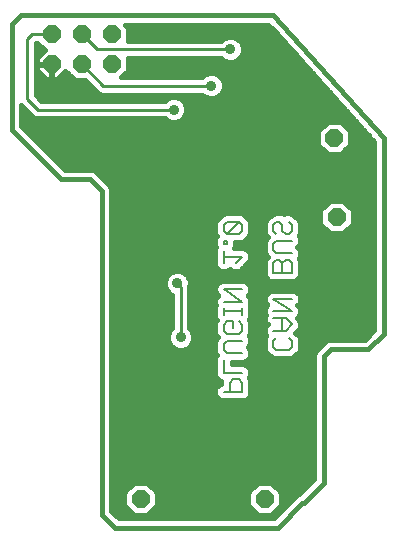
<source format=gbl>
G75*
G70*
%OFA0B0*%
%FSLAX24Y24*%
%IPPOS*%
%LPD*%
%AMOC8*
5,1,8,0,0,1.08239X$1,22.5*
%
%ADD10C,0.0160*%
%ADD11C,0.0080*%
%ADD12OC8,0.0600*%
%ADD13C,0.0356*%
%ADD14C,0.0100*%
D10*
X006910Y003949D02*
X006910Y014737D01*
X006516Y015130D01*
X005571Y015130D01*
X003918Y016784D01*
X003918Y020288D01*
X004233Y020603D01*
X012619Y020603D01*
X016319Y016508D01*
X016319Y009973D01*
X015807Y009461D01*
X014548Y009461D01*
X014311Y009225D01*
X014311Y005012D01*
X013642Y004343D01*
X013603Y004343D02*
X012776Y003516D01*
X007343Y003516D01*
X006910Y003949D01*
X007227Y004081D02*
X007227Y014800D01*
X007179Y014916D01*
X006785Y015310D01*
X006696Y015399D01*
X006579Y015448D01*
X005703Y015448D01*
X004235Y016915D01*
X004235Y017595D01*
X004267Y017564D01*
X004621Y017209D01*
X004727Y017166D01*
X009011Y017166D01*
X009076Y017101D01*
X009229Y017038D01*
X009394Y017038D01*
X009547Y017101D01*
X009664Y017218D01*
X009727Y017370D01*
X009727Y017536D01*
X009664Y017689D01*
X009547Y017805D01*
X009394Y017869D01*
X009229Y017869D01*
X009076Y017805D01*
X009011Y017741D01*
X004903Y017741D01*
X004717Y017927D01*
X004717Y019674D01*
X004768Y019674D01*
X005018Y019424D01*
X005024Y019424D01*
X004761Y019160D01*
X004761Y018981D01*
X005221Y018981D01*
X005221Y018941D01*
X005261Y018941D01*
X005261Y018481D01*
X005439Y018481D01*
X005703Y018745D01*
X005703Y018738D01*
X006018Y018424D01*
X006371Y018424D01*
X006798Y017997D01*
X006904Y017953D01*
X010271Y017953D01*
X010336Y017888D01*
X010489Y017825D01*
X010654Y017825D01*
X010807Y017888D01*
X010924Y018005D01*
X010987Y018158D01*
X010987Y018323D01*
X010924Y018476D01*
X010807Y018593D01*
X010654Y018656D01*
X010489Y018656D01*
X010336Y018593D01*
X010271Y018528D01*
X007568Y018528D01*
X007778Y018738D01*
X007778Y019174D01*
X010901Y019174D01*
X010966Y019109D01*
X011119Y019045D01*
X011284Y019045D01*
X011437Y019109D01*
X011554Y019226D01*
X011617Y019378D01*
X011617Y019544D01*
X011554Y019696D01*
X011437Y019813D01*
X011284Y019877D01*
X011119Y019877D01*
X010966Y019813D01*
X010901Y019749D01*
X007778Y019749D01*
X007778Y020184D01*
X007676Y020285D01*
X012464Y020285D01*
X012609Y020140D01*
X016002Y016386D01*
X016002Y010104D01*
X015676Y009779D01*
X014484Y009779D01*
X014368Y009730D01*
X014278Y009641D01*
X014042Y009405D01*
X013994Y009288D01*
X013994Y005144D01*
X013490Y004640D01*
X013423Y004612D01*
X012644Y003834D01*
X007474Y003834D01*
X007227Y004081D01*
X007232Y004077D02*
X007853Y004077D01*
X007986Y003943D02*
X007672Y004258D01*
X007672Y004703D01*
X007986Y005018D01*
X008432Y005018D01*
X008747Y004703D01*
X008747Y004258D01*
X008432Y003943D01*
X007986Y003943D01*
X007695Y004235D02*
X007227Y004235D01*
X007227Y004394D02*
X007672Y004394D01*
X007672Y004552D02*
X007227Y004552D01*
X007227Y004711D02*
X007679Y004711D01*
X007837Y004869D02*
X007227Y004869D01*
X007227Y005028D02*
X013878Y005028D01*
X013994Y005186D02*
X007227Y005186D01*
X007227Y005345D02*
X013994Y005345D01*
X013994Y005503D02*
X007227Y005503D01*
X007227Y005662D02*
X013994Y005662D01*
X013994Y005820D02*
X007227Y005820D01*
X007227Y005979D02*
X013994Y005979D01*
X013994Y006137D02*
X007227Y006137D01*
X007227Y006296D02*
X013994Y006296D01*
X013994Y006454D02*
X007227Y006454D01*
X007227Y006613D02*
X013994Y006613D01*
X013994Y006771D02*
X007227Y006771D01*
X007227Y006930D02*
X013994Y006930D01*
X013994Y007088D02*
X007227Y007088D01*
X007227Y007247D02*
X013994Y007247D01*
X013994Y007405D02*
X007227Y007405D01*
X007227Y007564D02*
X013994Y007564D01*
X013994Y007722D02*
X007227Y007722D01*
X007227Y007881D02*
X010743Y007881D01*
X010739Y007884D02*
X010817Y007806D01*
X010919Y007764D01*
X011650Y007764D01*
X011752Y007806D01*
X011830Y007884D01*
X011872Y007986D01*
X011872Y008407D01*
X011830Y008509D01*
X011820Y008519D01*
X011830Y008529D01*
X011872Y008631D01*
X011872Y008741D01*
X011830Y008843D01*
X011752Y008921D01*
X011650Y008963D01*
X011252Y008963D01*
X011252Y009053D01*
X011650Y009053D01*
X011752Y009095D01*
X011830Y009173D01*
X011872Y009275D01*
X011872Y009386D01*
X011830Y009488D01*
X011780Y009537D01*
X011830Y009587D01*
X011872Y009689D01*
X011872Y009799D01*
X011830Y009901D01*
X011820Y009911D01*
X011830Y009921D01*
X011872Y010023D01*
X011872Y010341D01*
X011830Y010443D01*
X011820Y010453D01*
X011830Y010462D01*
X011872Y010564D01*
X011872Y010882D01*
X011851Y010933D01*
X011856Y010941D01*
X011862Y010969D01*
X011872Y010994D01*
X011872Y011022D01*
X011878Y011050D01*
X011872Y011077D01*
X011872Y011105D01*
X011862Y011130D01*
X011856Y011158D01*
X011841Y011181D01*
X011830Y011207D01*
X011810Y011226D01*
X011795Y011250D01*
X011782Y011258D01*
X011830Y011306D01*
X011872Y011408D01*
X011872Y011518D01*
X011830Y011620D01*
X011752Y011698D01*
X011650Y011741D01*
X011001Y011741D01*
X010974Y011746D01*
X010947Y011741D01*
X010919Y011741D01*
X010893Y011730D01*
X010866Y011724D01*
X010843Y011709D01*
X010817Y011698D01*
X010797Y011678D01*
X010774Y011663D01*
X010759Y011640D01*
X010739Y011620D01*
X010728Y011594D01*
X010713Y011571D01*
X010707Y011544D01*
X010697Y011518D01*
X010697Y011490D01*
X010691Y011463D01*
X010697Y011436D01*
X010697Y011408D01*
X010707Y011382D01*
X010713Y011355D01*
X010728Y011331D01*
X010739Y011306D01*
X010759Y011286D01*
X010774Y011263D01*
X010787Y011254D01*
X010739Y011207D01*
X010697Y011105D01*
X010697Y010994D01*
X010720Y010938D01*
X010697Y010882D01*
X010697Y010564D01*
X010739Y010462D01*
X010749Y010453D01*
X010739Y010443D01*
X010697Y010341D01*
X010697Y010023D01*
X010739Y009921D01*
X010801Y009860D01*
X010739Y009798D01*
X010697Y009696D01*
X010697Y009379D01*
X010739Y009277D01*
X010749Y009267D01*
X010739Y009257D01*
X010697Y009155D01*
X010697Y008631D01*
X010739Y008529D01*
X010817Y008451D01*
X010906Y008414D01*
X010904Y008407D01*
X010904Y008313D01*
X010817Y008277D01*
X010739Y008199D01*
X010697Y008097D01*
X010697Y007986D01*
X010739Y007884D01*
X010697Y008039D02*
X007227Y008039D01*
X007227Y008198D02*
X010739Y008198D01*
X010904Y008356D02*
X007227Y008356D01*
X007227Y008515D02*
X010753Y008515D01*
X010697Y008673D02*
X007227Y008673D01*
X007227Y008832D02*
X010697Y008832D01*
X010697Y008990D02*
X007227Y008990D01*
X007227Y009149D02*
X010697Y009149D01*
X010727Y009307D02*
X007227Y009307D01*
X007227Y009466D02*
X009401Y009466D01*
X009465Y009439D02*
X009630Y009439D01*
X009783Y009502D01*
X009900Y009619D01*
X009963Y009772D01*
X009963Y009937D01*
X009900Y010090D01*
X009835Y010155D01*
X009835Y011559D01*
X009845Y011583D01*
X009845Y011748D01*
X009782Y011901D01*
X009665Y012018D01*
X009512Y012081D01*
X009347Y012081D01*
X009194Y012018D01*
X009077Y011901D01*
X009014Y011748D01*
X009014Y011583D01*
X009077Y011430D01*
X009194Y011313D01*
X009260Y011286D01*
X009260Y010155D01*
X009195Y010090D01*
X009132Y009937D01*
X009132Y009772D01*
X009195Y009619D01*
X009312Y009502D01*
X009465Y009439D01*
X009694Y009466D02*
X010697Y009466D01*
X010697Y009624D02*
X009902Y009624D01*
X009963Y009783D02*
X010733Y009783D01*
X010731Y009941D02*
X009962Y009941D01*
X009891Y010100D02*
X010697Y010100D01*
X010697Y010258D02*
X009835Y010258D01*
X009835Y010417D02*
X010728Y010417D01*
X010697Y010575D02*
X009835Y010575D01*
X009835Y010734D02*
X010697Y010734D01*
X010701Y010892D02*
X009835Y010892D01*
X009835Y011051D02*
X010697Y011051D01*
X010741Y011209D02*
X009835Y011209D01*
X009835Y011368D02*
X010710Y011368D01*
X010700Y011526D02*
X009835Y011526D01*
X009845Y011685D02*
X010803Y011685D01*
X010919Y012061D02*
X011029Y012061D01*
X011131Y012103D01*
X011181Y012153D01*
X011231Y012103D01*
X011333Y012061D01*
X011443Y012061D01*
X011545Y012103D01*
X011830Y012388D01*
X011871Y012487D01*
X011872Y012490D01*
X011872Y012600D01*
X011860Y012631D01*
X011830Y012702D01*
X011752Y012781D01*
X011653Y012822D01*
X011650Y012823D01*
X011310Y012823D01*
X011313Y012826D01*
X011355Y012928D01*
X011355Y013028D01*
X011547Y013028D01*
X011605Y013052D01*
X011649Y013070D01*
X011830Y013252D01*
X011872Y013354D01*
X011872Y013671D01*
X011830Y013773D01*
X011656Y013947D01*
X011649Y013954D01*
X011649Y013954D01*
X011611Y013970D01*
X011547Y013996D01*
X011022Y013996D01*
X010920Y013954D01*
X010817Y013851D01*
X010739Y013773D01*
X010697Y013671D01*
X010697Y013354D01*
X010739Y013252D01*
X010743Y013248D01*
X010739Y013244D01*
X010697Y013142D01*
X010697Y012928D01*
X010722Y012868D01*
X010697Y012807D01*
X010697Y012283D01*
X010739Y012181D01*
X010817Y012103D01*
X010919Y012061D01*
X010760Y012160D02*
X007227Y012160D01*
X007227Y012002D02*
X009178Y012002D01*
X009053Y011843D02*
X007227Y011843D01*
X007227Y011685D02*
X009014Y011685D01*
X009038Y011526D02*
X007227Y011526D01*
X007227Y011368D02*
X009140Y011368D01*
X009260Y011209D02*
X007227Y011209D01*
X007227Y011051D02*
X009260Y011051D01*
X009260Y010892D02*
X007227Y010892D01*
X007227Y010734D02*
X009260Y010734D01*
X009260Y010575D02*
X007227Y010575D01*
X007227Y010417D02*
X009260Y010417D01*
X009260Y010258D02*
X007227Y010258D01*
X007227Y010100D02*
X009205Y010100D01*
X009134Y009941D02*
X007227Y009941D01*
X007227Y009783D02*
X009132Y009783D01*
X009193Y009624D02*
X007227Y009624D01*
X007227Y012319D02*
X010697Y012319D01*
X010697Y012477D02*
X007227Y012477D01*
X007227Y012636D02*
X010697Y012636D01*
X010697Y012794D02*
X007227Y012794D01*
X007227Y012953D02*
X010697Y012953D01*
X010697Y013111D02*
X007227Y013111D01*
X007227Y013270D02*
X010732Y013270D01*
X010697Y013428D02*
X007227Y013428D01*
X007227Y013587D02*
X010697Y013587D01*
X010728Y013745D02*
X007227Y013745D01*
X007227Y013904D02*
X010870Y013904D01*
X011355Y012953D02*
X012350Y012953D01*
X012350Y013026D02*
X012350Y012709D01*
X012393Y012607D01*
X012454Y012545D01*
X012393Y012484D01*
X012350Y012382D01*
X012350Y012071D01*
X012350Y011961D01*
X012393Y011859D01*
X012471Y011781D01*
X012573Y011739D01*
X013304Y011739D01*
X013406Y011781D01*
X013484Y011859D01*
X013526Y011961D01*
X013526Y012382D01*
X013484Y012484D01*
X013474Y012494D01*
X013484Y012504D01*
X013526Y012606D01*
X013526Y012716D01*
X013484Y012818D01*
X013434Y012868D01*
X013484Y012917D01*
X013526Y013019D01*
X013526Y013130D01*
X013484Y013232D01*
X013474Y013242D01*
X013484Y013252D01*
X013526Y013354D01*
X013526Y013671D01*
X013484Y013773D01*
X013302Y013954D01*
X013200Y013996D01*
X013090Y013996D01*
X012990Y013955D01*
X012890Y013996D01*
X012676Y013996D01*
X012574Y013954D01*
X012471Y013851D01*
X012393Y013773D01*
X012350Y013671D01*
X012350Y013354D01*
X012393Y013252D01*
X012454Y013190D01*
X012393Y013128D01*
X012350Y013026D01*
X012385Y013111D02*
X011690Y013111D01*
X011837Y013270D02*
X012385Y013270D01*
X012350Y013428D02*
X011872Y013428D01*
X011872Y013587D02*
X012350Y013587D01*
X012381Y013745D02*
X011841Y013745D01*
X011699Y013904D02*
X012523Y013904D01*
X013353Y013904D02*
X014207Y013904D01*
X014207Y014062D02*
X007227Y014062D01*
X007227Y014221D02*
X014334Y014221D01*
X014207Y014093D02*
X014207Y013648D01*
X014522Y013333D01*
X014967Y013333D01*
X015282Y013648D01*
X015282Y014093D01*
X014967Y014408D01*
X014522Y014408D01*
X014207Y014093D01*
X014207Y013745D02*
X013495Y013745D01*
X013526Y013587D02*
X014268Y013587D01*
X014427Y013428D02*
X013526Y013428D01*
X013491Y013270D02*
X016002Y013270D01*
X016002Y013428D02*
X015062Y013428D01*
X015221Y013587D02*
X016002Y013587D01*
X016002Y013745D02*
X015282Y013745D01*
X015282Y013904D02*
X016002Y013904D01*
X016002Y014062D02*
X015282Y014062D01*
X015155Y014221D02*
X016002Y014221D01*
X016002Y014379D02*
X014996Y014379D01*
X014493Y014379D02*
X007227Y014379D01*
X007227Y014538D02*
X016002Y014538D01*
X016002Y014696D02*
X007227Y014696D01*
X007205Y014855D02*
X016002Y014855D01*
X016002Y015013D02*
X007082Y015013D01*
X006924Y015172D02*
X016002Y015172D01*
X016002Y015330D02*
X006765Y015330D01*
X005662Y015489D02*
X016002Y015489D01*
X016002Y015647D02*
X005504Y015647D01*
X005345Y015806D02*
X016002Y015806D01*
X016002Y015964D02*
X005187Y015964D01*
X005028Y016123D02*
X014291Y016123D01*
X014443Y015971D02*
X014888Y015971D01*
X015203Y016286D01*
X015203Y016731D01*
X014888Y017046D01*
X014443Y017046D01*
X014128Y016731D01*
X014128Y016286D01*
X014443Y015971D01*
X014133Y016281D02*
X004870Y016281D01*
X004711Y016440D02*
X014128Y016440D01*
X014128Y016598D02*
X004553Y016598D01*
X004394Y016757D02*
X014154Y016757D01*
X014312Y016915D02*
X004236Y016915D01*
X004235Y017074D02*
X009142Y017074D01*
X009481Y017074D02*
X015380Y017074D01*
X015237Y017232D02*
X009670Y017232D01*
X009727Y017391D02*
X015094Y017391D01*
X014951Y017549D02*
X009722Y017549D01*
X009645Y017708D02*
X014807Y017708D01*
X014664Y017866D02*
X010753Y017866D01*
X010932Y018025D02*
X014521Y018025D01*
X014378Y018183D02*
X010987Y018183D01*
X010979Y018342D02*
X014234Y018342D01*
X014091Y018500D02*
X010900Y018500D01*
X010389Y017866D02*
X009401Y017866D01*
X009222Y017866D02*
X004778Y017866D01*
X004717Y018025D02*
X006770Y018025D01*
X006612Y018183D02*
X004717Y018183D01*
X004717Y018342D02*
X006453Y018342D01*
X005941Y018500D02*
X005458Y018500D01*
X005261Y018500D02*
X005221Y018500D01*
X005221Y018481D02*
X005221Y018941D01*
X004761Y018941D01*
X004761Y018762D01*
X005042Y018481D01*
X005221Y018481D01*
X005221Y018659D02*
X005261Y018659D01*
X005261Y018817D02*
X005221Y018817D01*
X005221Y018976D02*
X004717Y018976D01*
X004717Y019134D02*
X004761Y019134D01*
X004717Y019293D02*
X004893Y019293D01*
X004990Y019451D02*
X004717Y019451D01*
X004717Y019610D02*
X004832Y019610D01*
X004761Y018817D02*
X004717Y018817D01*
X004717Y018659D02*
X004864Y018659D01*
X004717Y018500D02*
X005023Y018500D01*
X005617Y018659D02*
X005783Y018659D01*
X004440Y017391D02*
X004235Y017391D01*
X004235Y017549D02*
X004281Y017549D01*
X004235Y017232D02*
X004598Y017232D01*
X007698Y018659D02*
X013948Y018659D01*
X013805Y018817D02*
X007778Y018817D01*
X007778Y018976D02*
X013661Y018976D01*
X013518Y019134D02*
X011462Y019134D01*
X011581Y019293D02*
X013375Y019293D01*
X013232Y019451D02*
X011617Y019451D01*
X011590Y019610D02*
X013088Y019610D01*
X012945Y019768D02*
X011482Y019768D01*
X010920Y019768D02*
X007778Y019768D01*
X007778Y019927D02*
X012802Y019927D01*
X012659Y020085D02*
X007778Y020085D01*
X007718Y020244D02*
X012505Y020244D01*
X010940Y019134D02*
X007778Y019134D01*
X011719Y012794D02*
X012350Y012794D01*
X012381Y012636D02*
X011858Y012636D01*
X011867Y012477D02*
X012390Y012477D01*
X012350Y012319D02*
X011760Y012319D01*
X011602Y012160D02*
X012350Y012160D01*
X012350Y012002D02*
X009681Y012002D01*
X009806Y011843D02*
X012409Y011843D01*
X012519Y011402D02*
X012496Y011387D01*
X012471Y011376D01*
X012451Y011356D01*
X012428Y011341D01*
X012412Y011318D01*
X012393Y011298D01*
X012382Y011272D01*
X012366Y011249D01*
X012361Y011222D01*
X012350Y011196D01*
X012350Y011168D01*
X012345Y011140D01*
X012350Y011113D01*
X012350Y011086D01*
X012361Y011060D01*
X012367Y011032D01*
X012382Y011009D01*
X012393Y010984D01*
X012412Y010964D01*
X012428Y010941D01*
X012440Y010932D01*
X012393Y010884D01*
X012350Y010782D01*
X012350Y010672D01*
X012375Y010612D01*
X012350Y010551D01*
X012350Y010441D01*
X012393Y010339D01*
X012442Y010289D01*
X012393Y010240D01*
X012350Y010138D01*
X012350Y010027D01*
X012393Y009925D01*
X012403Y009915D01*
X012393Y009905D01*
X012350Y009803D01*
X012350Y009486D01*
X012393Y009384D01*
X012471Y009306D01*
X012574Y009203D01*
X012676Y009161D01*
X013200Y009161D01*
X013261Y009186D01*
X013302Y009203D01*
X013303Y009204D01*
X013484Y009384D01*
X013526Y009486D01*
X013526Y009803D01*
X013484Y009905D01*
X013370Y010019D01*
X013406Y010054D01*
X013484Y010132D01*
X013509Y010193D01*
X013526Y010234D01*
X013526Y010345D01*
X013508Y010388D01*
X013484Y010447D01*
X013479Y010451D01*
X013422Y010508D01*
X013425Y010512D01*
X013449Y010527D01*
X013464Y010550D01*
X013484Y010570D01*
X013494Y010596D01*
X013510Y010619D01*
X013515Y010646D01*
X013526Y010672D01*
X013526Y010700D01*
X013531Y010727D01*
X013526Y010755D01*
X013526Y010782D01*
X013515Y010808D01*
X013510Y010836D01*
X013494Y010859D01*
X013484Y010884D01*
X013464Y010904D01*
X013448Y010927D01*
X013436Y010936D01*
X013484Y010984D01*
X013526Y011086D01*
X013526Y011196D01*
X013484Y011298D01*
X013406Y011376D01*
X013304Y011418D01*
X012655Y011418D01*
X012627Y011424D01*
X012600Y011418D01*
X012573Y011418D01*
X012547Y011408D01*
X012519Y011402D01*
X012462Y011368D02*
X011856Y011368D01*
X011869Y011526D02*
X016002Y011526D01*
X016002Y011368D02*
X013414Y011368D01*
X013520Y011209D02*
X016002Y011209D01*
X016002Y011051D02*
X013511Y011051D01*
X013476Y010892D02*
X016002Y010892D01*
X016002Y010734D02*
X013530Y010734D01*
X013486Y010575D02*
X016002Y010575D01*
X016002Y010417D02*
X013496Y010417D01*
X013484Y010447D02*
X013484Y010447D01*
X013526Y010258D02*
X016002Y010258D01*
X015997Y010100D02*
X013451Y010100D01*
X013406Y010054D02*
X013406Y010054D01*
X013448Y009941D02*
X015838Y009941D01*
X015680Y009783D02*
X013526Y009783D01*
X013526Y009624D02*
X014262Y009624D01*
X014103Y009466D02*
X013517Y009466D01*
X013406Y009307D02*
X014002Y009307D01*
X013994Y009149D02*
X011805Y009149D01*
X011872Y009307D02*
X012470Y009307D01*
X012359Y009466D02*
X011839Y009466D01*
X011845Y009624D02*
X012350Y009624D01*
X012350Y009783D02*
X011872Y009783D01*
X011838Y009941D02*
X012386Y009941D01*
X012350Y010100D02*
X011872Y010100D01*
X011872Y010258D02*
X012411Y010258D01*
X012360Y010417D02*
X011841Y010417D01*
X011872Y010575D02*
X012360Y010575D01*
X012350Y010734D02*
X011872Y010734D01*
X011868Y010892D02*
X012400Y010892D01*
X012363Y011051D02*
X011878Y011051D01*
X011828Y011209D02*
X012356Y011209D01*
X011766Y011685D02*
X016002Y011685D01*
X016002Y011843D02*
X013468Y011843D01*
X013526Y012002D02*
X016002Y012002D01*
X016002Y012160D02*
X013526Y012160D01*
X013526Y012319D02*
X016002Y012319D01*
X016002Y012477D02*
X013486Y012477D01*
X013526Y012636D02*
X016002Y012636D01*
X016002Y012794D02*
X013493Y012794D01*
X013498Y012953D02*
X016002Y012953D01*
X016002Y013111D02*
X013526Y013111D01*
X015040Y016123D02*
X016002Y016123D01*
X016002Y016281D02*
X015199Y016281D01*
X015203Y016440D02*
X015953Y016440D01*
X015810Y016598D02*
X015203Y016598D01*
X015178Y016757D02*
X015667Y016757D01*
X015524Y016915D02*
X015019Y016915D01*
X013302Y009203D02*
X013302Y009203D01*
X013994Y008990D02*
X011252Y008990D01*
X011835Y008832D02*
X013994Y008832D01*
X013994Y008673D02*
X011872Y008673D01*
X011824Y008515D02*
X013994Y008515D01*
X013994Y008356D02*
X011872Y008356D01*
X011872Y008198D02*
X013994Y008198D01*
X013994Y008039D02*
X011872Y008039D01*
X011826Y007881D02*
X013994Y007881D01*
X012566Y005018D02*
X012120Y005018D01*
X011805Y004703D01*
X011805Y004258D01*
X012120Y003943D01*
X012566Y003943D01*
X012880Y004258D01*
X012880Y004703D01*
X012566Y005018D01*
X012715Y004869D02*
X013719Y004869D01*
X013561Y004711D02*
X012873Y004711D01*
X012880Y004552D02*
X013363Y004552D01*
X013204Y004394D02*
X012880Y004394D01*
X012857Y004235D02*
X013046Y004235D01*
X012887Y004077D02*
X012699Y004077D01*
X012729Y003918D02*
X007390Y003918D01*
X008565Y004077D02*
X011987Y004077D01*
X011829Y004235D02*
X008723Y004235D01*
X008747Y004394D02*
X011805Y004394D01*
X011805Y004552D02*
X008747Y004552D01*
X008739Y004711D02*
X011813Y004711D01*
X011971Y004869D02*
X008581Y004869D01*
D11*
X010974Y008041D02*
X011595Y008041D01*
X011595Y008352D01*
X011491Y008455D01*
X011285Y008455D01*
X011181Y008352D01*
X011181Y008041D01*
X010974Y008686D02*
X010974Y009100D01*
X011078Y009331D02*
X010974Y009434D01*
X010974Y009641D01*
X011078Y009744D01*
X011595Y009744D01*
X011491Y009975D02*
X011078Y009975D01*
X010974Y010079D01*
X010974Y010285D01*
X011078Y010389D01*
X011285Y010389D01*
X011285Y010182D01*
X011491Y010389D02*
X011595Y010285D01*
X011595Y010079D01*
X011491Y009975D01*
X011595Y009331D02*
X011078Y009331D01*
X010974Y008686D02*
X011595Y008686D01*
X012628Y009541D02*
X012628Y009748D01*
X012731Y009852D01*
X012628Y010083D02*
X013041Y010083D01*
X013248Y010289D01*
X013041Y010496D01*
X012628Y010496D01*
X012628Y010727D02*
X013248Y010727D01*
X012628Y011141D01*
X013248Y011141D01*
X012938Y010496D02*
X012938Y010083D01*
X013145Y009852D02*
X013248Y009748D01*
X013248Y009541D01*
X013145Y009438D01*
X012731Y009438D01*
X012628Y009541D01*
X011595Y010620D02*
X011595Y010827D01*
X011595Y010723D02*
X010974Y010723D01*
X010974Y010620D02*
X010974Y010827D01*
X010974Y011049D02*
X011595Y011049D01*
X010974Y011463D01*
X011595Y011463D01*
X011388Y012338D02*
X011595Y012545D01*
X010974Y012545D01*
X010974Y012338D02*
X010974Y012752D01*
X010974Y012983D02*
X010974Y013086D01*
X011078Y013086D01*
X011078Y012983D01*
X010974Y012983D01*
X011078Y013305D02*
X011491Y013719D01*
X011078Y013719D01*
X010974Y013616D01*
X010974Y013409D01*
X011078Y013305D01*
X011491Y013305D01*
X011595Y013409D01*
X011595Y013616D01*
X011491Y013719D01*
X012628Y013616D02*
X012628Y013409D01*
X012731Y013305D01*
X012731Y013074D02*
X013248Y013074D01*
X013145Y013305D02*
X013041Y013305D01*
X012938Y013409D01*
X012938Y013616D01*
X012835Y013719D01*
X012731Y013719D01*
X012628Y013616D01*
X013145Y013719D02*
X013248Y013616D01*
X013248Y013409D01*
X013145Y013305D01*
X012731Y013074D02*
X012628Y012971D01*
X012628Y012764D01*
X012731Y012661D01*
X013248Y012661D01*
X013145Y012430D02*
X013041Y012430D01*
X012938Y012326D01*
X012938Y012016D01*
X012628Y012016D02*
X012628Y012326D01*
X012731Y012430D01*
X012835Y012430D01*
X012938Y012326D01*
X013145Y012430D02*
X013248Y012326D01*
X013248Y012016D01*
X012628Y012016D01*
D12*
X014744Y013870D03*
X014666Y016508D03*
X007241Y018961D03*
X007241Y019961D03*
X006241Y019961D03*
X006241Y018961D03*
X005241Y018961D03*
X005241Y019961D03*
X008209Y004481D03*
X012343Y004481D03*
D13*
X010178Y004422D03*
X007933Y008437D03*
X009548Y009855D03*
X009430Y011666D03*
X006241Y016430D03*
X009311Y017453D03*
X010571Y018241D03*
X011201Y019461D03*
X012619Y018752D03*
D14*
X011201Y019461D02*
X006741Y019461D01*
X006241Y019961D01*
X006241Y018961D02*
X006961Y018241D01*
X010571Y018241D01*
X009311Y017453D02*
X004784Y017453D01*
X004430Y017807D01*
X004430Y019815D01*
X004575Y019961D01*
X005241Y019961D01*
X009430Y011666D02*
X009548Y011548D01*
X009548Y009855D01*
M02*

</source>
